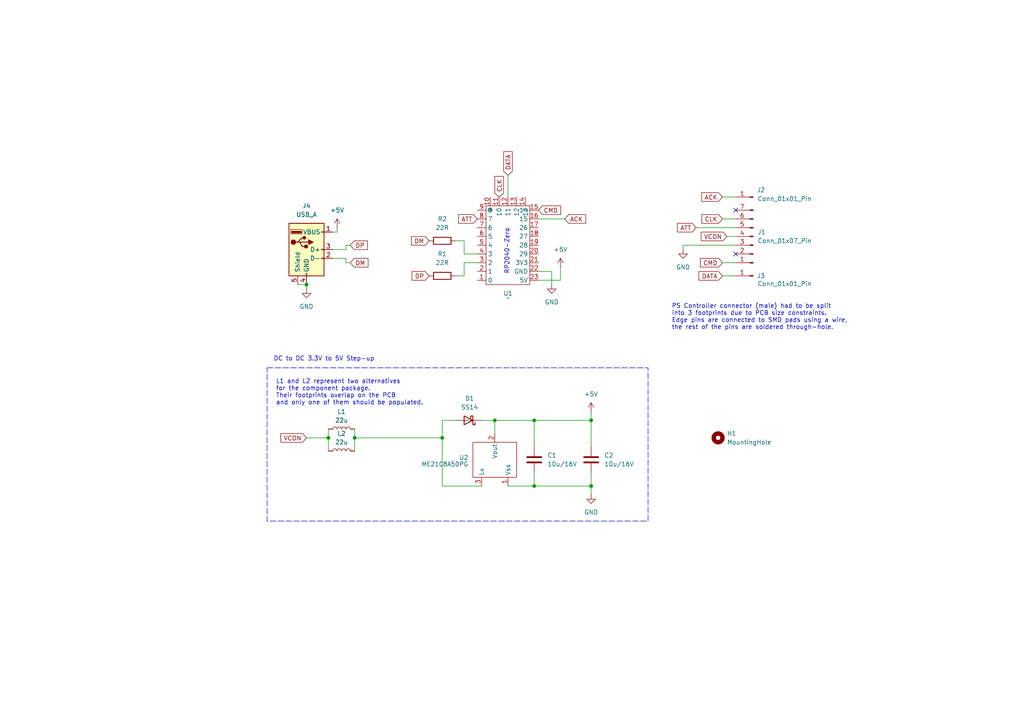
<source format=kicad_sch>
(kicad_sch (version 20231120) (generator "eeschema") (generator_version "8.0")
  (paper "A4")
  (title_block (title "usb-to-ps1-mouse-pro schematic") (date "2024-06-20") (company "Franticware"))
  (lib_symbols
    (symbol "Connector:Conn_01x01_Pin" (pin_names (offset 1.016) hide)
      (property "Reference" "J" (at 0 2.54 0))
      (property "Value" "Conn_01x01_Pin" (at 0 -2.54 0))
      (symbol "Conn_01x01_Pin_1_1"
        (polyline (pts (xy 1.27 0) (xy 0.8636 0)) (stroke (width 0.1524)))
        (rectangle (start 0.8636 0.127) (end 0 -0.127) (stroke (width 0.1524)) (fill (type outline)))
        (pin passive line (at 5.08 0 180) (length 3.81) (name "Pin_1") (number "1"))
      )
    )
    (symbol "Connector:Conn_01x07_Pin" (pin_names (offset 1.016) hide)
      (property "Reference" "J" (at 0 10.16 0))
      (property "Value" "Conn_01x07_Pin" (at 0 -10.16 0))
      (symbol "Conn_01x07_Pin_1_1"
        (polyline (pts (xy 1.27 -7.62) (xy 0.8636 -7.62)) (stroke (width 0.1524)))
        (polyline (pts (xy 1.27 -5.08) (xy 0.8636 -5.08)) (stroke (width 0.1524)))
        (polyline (pts (xy 1.27 -2.54) (xy 0.8636 -2.54)) (stroke (width 0.1524)))
        (polyline (pts (xy 1.27 0) (xy 0.8636 0)) (stroke (width 0.1524)))
        (polyline (pts (xy 1.27 2.54) (xy 0.8636 2.54)) (stroke (width 0.1524)))
        (polyline (pts (xy 1.27 5.08) (xy 0.8636 5.08)) (stroke (width 0.1524)))
        (polyline (pts (xy 1.27 7.62) (xy 0.8636 7.62)) (stroke (width 0.1524)))
        (rectangle (start 0.8636 -7.493) (end 0 -7.747) (stroke (width 0.1524)) (fill (type outline)))
        (rectangle (start 0.8636 -4.953) (end 0 -5.207) (stroke (width 0.1524)) (fill (type outline)))
        (rectangle (start 0.8636 -2.413) (end 0 -2.667) (stroke (width 0.1524)) (fill (type outline)))
        (rectangle (start 0.8636 0.127) (end 0 -0.127) (stroke (width 0.1524)) (fill (type outline)))
        (rectangle (start 0.8636 2.667) (end 0 2.413) (stroke (width 0.1524)) (fill (type outline)))
        (rectangle (start 0.8636 5.207) (end 0 4.953) (stroke (width 0.1524)) (fill (type outline)))
        (rectangle (start 0.8636 7.747) (end 0 7.493) (stroke (width 0.1524)) (fill (type outline)))
        (pin passive line (at 5.08 7.62 180) (length 3.81) (name "Pin_1") (number "1"))
        (pin passive line (at 5.08 5.08 180) (length 3.81) (name "Pin_2") (number "2"))
        (pin passive line (at 5.08 2.54 180) (length 3.81) (name "Pin_3") (number "3"))
        (pin passive line (at 5.08 0 180) (length 3.81) (name "Pin_4") (number "4"))
        (pin passive line (at 5.08 -2.54 180) (length 3.81) (name "Pin_5") (number "5"))
        (pin passive line (at 5.08 -5.08 180) (length 3.81) (name "Pin_6") (number "6"))
        (pin passive line (at 5.08 -7.62 180) (length 3.81) (name "Pin_7") (number "7"))
      )
    )
    (symbol "Connector:USB_A" (pin_names (offset 1.016))
      (property "Reference" "J" (at -5.08 11.43 0))
      (property "Value" "USB_A" (at -5.08 8.89 0))
      (symbol "USB_A_0_1"
        (rectangle (start -5.08 -7.62) (end 5.08 7.62) (stroke (width 0.254)) (fill (type background)))
        (circle (center -3.81 2.159) (radius 0.635) (stroke (width 0.254)) (fill (type outline)))
        (rectangle (start -1.524 4.826) (end -4.318 5.334) (fill (type outline)))
        (rectangle (start -1.27 4.572) (end -4.572 5.842))
        (circle (center -0.635 3.429) (radius 0.381) (stroke (width 0.254)) (fill (type outline)))
        (rectangle (start -0.127 -7.62) (end 0.127 -6.858))
        (polyline (pts (xy -3.175 2.159) (xy -2.54 2.159) (xy -1.27 3.429) (xy -0.635 3.429)) (stroke (width 0.254)))
        (polyline (pts (xy -2.54 2.159) (xy -1.905 2.159) (xy -1.27 0.889) (xy 0 0.889)) (stroke (width 0.254)))
        (polyline (pts (xy 0.635 2.794) (xy 0.635 1.524) (xy 1.905 2.159) (xy 0.635 2.794)) (stroke (width 0.254)) (fill (type outline)))
        (rectangle (start 0.254 1.27) (end -0.508 0.508) (stroke (width 0.254)) (fill (type outline)))
        (rectangle (start 5.08 -2.667) (end 4.318 -2.413))
        (rectangle (start 5.08 -0.127) (end 4.318 0.127))
        (rectangle (start 5.08 4.953) (end 4.318 5.207))
      )
      (symbol "USB_A_1_1"
        (polyline (pts (xy -1.905 2.159) (xy 0.635 2.159)) (stroke (width 0.254)))
        (pin power_in line (at 7.62 5.08 180) (length 2.54) (name "VBUS") (number "1"))
        (pin bidirectional line (at 7.62 -2.54 180) (length 2.54) (name "D-") (number "2"))
        (pin bidirectional line (at 7.62 0 180) (length 2.54) (name "D+") (number "3"))
        (pin power_in line (at 0 -10.16 90) (length 2.54) (name "GND") (number "4"))
        (pin passive line (at -2.54 -10.16 90) (length 2.54) (name "Shield") (number "5"))
      )
    )
    (symbol "Device:C" (pin_numbers hide) (pin_names (offset 0.254))
      (property "Reference" "C" (at 0.635 2.54 0))
      (property "Value" "C" (at 0.635 -2.54 0))
      (symbol "C_0_1"
        (polyline (pts (xy -2.032 -0.762) (xy 2.032 -0.762)) (stroke (width 0.508)))
        (polyline (pts (xy -2.032 0.762) (xy 2.032 0.762)) (stroke (width 0.508)))
      )
      (symbol "C_1_1"
        (pin passive line (at 0 3.81 270) (length 2.794) (name "~") (number "1"))
        (pin passive line (at 0 -3.81 90) (length 2.794) (name "~") (number "2"))
      )
    )
    (symbol "Device:L" (pin_numbers hide) (pin_names (offset 1.016) hide)
      (property "Reference" "L" (at -1.27 0 90))
      (property "Value" "L" (at 1.905 0 90))
      (symbol "L_0_1"
        (arc (start 0 -2.54) (mid 0.6323 -1.905) (end 0 -1.27))
        (arc (start 0 -1.27) (mid 0.6323 -0.635) (end 0 0))
        (arc (start 0 0) (mid 0.6323 0.635) (end 0 1.27))
        (arc (start 0 1.27) (mid 0.6323 1.905) (end 0 2.54))
      )
      (symbol "L_1_1"
        (pin passive line (at 0 3.81 270) (length 1.27) (name "1") (number "1"))
        (pin passive line (at 0 -3.81 90) (length 1.27) (name "2") (number "2"))
      )
    )
    (symbol "Device:R" (pin_numbers hide) (pin_names (offset 0))
      (property "Reference" "R" (at 2.032 0 90))
      (property "Value" "R" (at 0 0 90))
      (symbol "R_0_1"
        (rectangle (start -1.016 -2.54) (end 1.016 2.54) (stroke (width 0.254)))
      )
      (symbol "R_1_1"
        (pin passive line (at 0 3.81 270) (length 1.27) (name "~") (number "1"))
        (pin passive line (at 0 -3.81 90) (length 1.27) (name "~") (number "2"))
      )
    )
    (symbol "Diode:SS14" (pin_numbers hide) (pin_names (offset 1.016) hide)
      (property "Reference" "D" (at 0 2.54 0))
      (property "Value" "SS14" (at 0 -2.54 0))
      (symbol "SS14_0_1"
        (polyline (pts (xy 1.27 0) (xy -1.27 0)))
        (polyline (pts (xy 1.27 1.27) (xy 1.27 -1.27) (xy -1.27 0) (xy 1.27 1.27)) (stroke (width 0.254)))
        (polyline (pts (xy -1.905 0.635) (xy -1.905 1.27) (xy -1.27 1.27) (xy -1.27 -1.27) (xy -0.635 -1.27) (xy -0.635 -0.635)) (stroke (width 0.254)))
      )
      (symbol "SS14_1_1"
        (pin passive line (at -3.81 0 0) (length 2.54) (name "K") (number "1"))
        (pin passive line (at 3.81 0 180) (length 2.54) (name "A") (number "2"))
      )
    )
    (symbol "Mechanical:MountingHole" (pin_names (offset 1.016)) (exclude_from_sim yes) (in_bom no)
      (property "Reference" "H" (at 0 5.08 0))
      (property "Value" "MountingHole" (at 0 3.175 0))
      (symbol "MountingHole_0_1"
        (circle (center 0 0) (radius 1.27) (stroke (width 1.27)))
      )
    )
    (symbol "RP2040_board:RP2040_Zero"
      (property "Reference" "U" (at 0 -3.81 0))
      (symbol "RP2040_Zero_0_1"
        (rectangle (start -6.35 5.08) (end 6.35 -17.78))
      )
      (symbol "RP2040_Zero_1_1"
        (pin bidirectional line (at -8.89 -16.51 0) (length 2.54) (name "0") (number "1"))
        (pin bidirectional line (at -5.08 7.62 270) (length 2.54) (name "9") (number "10"))
        (pin bidirectional line (at -2.54 7.62 270) (length 2.54) (name "10") (number "11"))
        (pin bidirectional line (at 0 7.62 270) (length 2.54) (name "11") (number "12"))
        (pin bidirectional line (at 2.54 7.62 270) (length 2.54) (name "12") (number "13"))
        (pin bidirectional line (at 5.08 7.62 270) (length 2.54) (name "13") (number "14"))
        (pin bidirectional line (at 8.89 3.81 180) (length 2.54) (name "14") (number "15"))
        (pin bidirectional line (at 8.89 1.27 180) (length 2.54) (name "15") (number "16"))
        (pin bidirectional line (at 8.89 -1.27 180) (length 2.54) (name "26") (number "17"))
        (pin bidirectional line (at 8.89 -3.81 180) (length 2.54) (name "27") (number "18"))
        (pin bidirectional line (at 8.89 -6.35 180) (length 2.54) (name "28") (number "19"))
        (pin bidirectional line (at -8.89 -13.97 0) (length 2.54) (name "1") (number "2"))
        (pin bidirectional line (at 8.89 -8.89 180) (length 2.54) (name "29") (number "20"))
        (pin bidirectional line (at 8.89 -11.43 180) (length 2.54) (name "3V3") (number "21"))
        (pin bidirectional line (at 8.89 -13.97 180) (length 2.54) (name "GND") (number "22"))
        (pin bidirectional line (at 8.89 -16.51 180) (length 2.54) (name "5V") (number "23"))
        (pin bidirectional line (at -8.89 -11.43 0) (length 2.54) (name "2") (number "3"))
        (pin bidirectional line (at -8.89 -8.89 0) (length 2.54) (name "3") (number "4"))
        (pin bidirectional line (at -8.89 -6.35 0) (length 2.54) (name "4") (number "5"))
        (pin bidirectional line (at -8.89 -3.81 0) (length 2.54) (name "5") (number "6"))
        (pin bidirectional line (at -8.89 -1.27 0) (length 2.54) (name "6") (number "7"))
        (pin bidirectional line (at -8.89 1.27 0) (length 2.54) (name "7") (number "8"))
        (pin bidirectional line (at -8.89 3.81 0) (length 2.54) (name "8") (number "9"))
      )
    )
    (symbol "power:+5V" (power) (pin_numbers hide) (pin_names (offset 0) hide)
      (property "Value" "+5V" (at 0 3.556 0))
      (symbol "+5V_0_1"
        (polyline (pts (xy -0.762 1.27) (xy 0 2.54)))
        (polyline (pts (xy 0 0) (xy 0 2.54)))
        (polyline (pts (xy 0 2.54) (xy 0.762 1.27)))
      )
      (symbol "+5V_1_1"
        (pin power_in line (at 0 0 90) (length 0) (name "~") (number "1"))
      )
    )
    (symbol "power:GND" (power) (pin_numbers hide) (pin_names (offset 0) hide)
      (property "Value" "GND" (at 0 -3.81 0))
      (symbol "GND_0_1"
        (polyline (pts (xy 0 0) (xy 0 -1.27) (xy 1.27 -1.27) (xy 0 -2.54) (xy -1.27 -1.27) (xy 0 -1.27)))
      )
      (symbol "GND_1_1"
        (pin power_in line (at 0 0 270) (length 0) (name "~") (number "1"))
      )
    )
    (symbol "usb2ps1mouse_specific:ME2108A50PG_SOT89-3"
      (property "Reference" "U" (at 0 0 0))
      (symbol "ME2108A50PG_SOT89-3_0_1"
        (rectangle (start -6.35 6.35) (end 6.35 -3.81))
      )
      (symbol "ME2108A50PG_SOT89-3_1_1"
        (pin unspecified line (at -3.81 -6.35 90) (length 2.54) (name "Vss") (number "1"))
        (pin unspecified line (at 0 8.89 270) (length 2.54) (name "Vout") (number "2"))
        (pin unspecified line (at 3.81 -6.35 90) (length 2.54) (name "Lx") (number "3"))
      )
    )
  )
  (junction (at 154.94 140.97))
  (junction (at 154.94 121.92))
  (junction (at 95.25 127))
  (junction (at 143.51 121.92))
  (junction (at 171.45 140.97))
  (junction (at 102.87 127))
  (junction (at 128.27 127))
  (junction (at 171.45 121.92))
  (junction (at 88.9 82.55))
  (no_connect (at 213.36 60.96))
  (no_connect (at 213.36 73.66))
  (wire (pts (xy 198.12 71.12) (xy 198.12 72.39)))
  (wire (pts (xy 139.7 121.92) (xy 143.51 121.92)))
  (wire (pts (xy 88.9 127) (xy 95.25 127)))
  (wire (pts (xy 154.94 140.97) (xy 171.45 140.97)))
  (wire (pts (xy 100.33 72.39) (xy 100.33 71.12)))
  (wire (pts (xy 134.62 69.85) (xy 132.08 69.85)))
  (wire (pts (xy 171.45 121.92) (xy 171.45 129.54)))
  (wire (pts (xy 209.55 80.01) (xy 213.36 80.01)))
  (wire (pts (xy 201.93 66.04) (xy 213.36 66.04)))
  (wire (pts (xy 96.52 74.93) (xy 100.33 74.93)))
  (wire (pts (xy 154.94 121.92) (xy 171.45 121.92)))
  (wire (pts (xy 88.9 82.55) (xy 88.9 83.82)))
  (wire (pts (xy 96.52 67.31) (xy 97.79 67.31)))
  (wire (pts (xy 171.45 140.97) (xy 171.45 137.16)))
  (wire (pts (xy 209.55 76.2) (xy 213.36 76.2)))
  (wire (pts (xy 209.55 57.15) (xy 213.36 57.15)))
  (wire (pts (xy 147.32 50.8) (xy 147.32 57.15)))
  (wire (pts (xy 128.27 127) (xy 128.27 121.92)))
  (wire (pts (xy 100.33 71.12) (xy 101.6 71.12)))
  (wire (pts (xy 154.94 137.16) (xy 154.94 140.97)))
  (wire (pts (xy 209.55 63.5) (xy 213.36 63.5)))
  (wire (pts (xy 128.27 140.97) (xy 128.27 127)))
  (wire (pts (xy 154.94 121.92) (xy 154.94 129.54)))
  (wire (pts (xy 86.36 82.55) (xy 88.9 82.55)))
  (wire (pts (xy 95.25 124.46) (xy 95.25 127)))
  (wire (pts (xy 134.62 80.01) (xy 132.08 80.01)))
  (wire (pts (xy 96.52 72.39) (xy 100.33 72.39)))
  (wire (pts (xy 100.33 74.93) (xy 100.33 76.2)))
  (wire (pts (xy 160.02 78.74) (xy 160.02 82.55)))
  (wire (pts (xy 134.62 76.2) (xy 134.62 80.01)))
  (wire (pts (xy 171.45 119.38) (xy 171.45 121.92)))
  (wire (pts (xy 156.21 81.28) (xy 162.56 81.28)))
  (wire (pts (xy 128.27 121.92) (xy 132.08 121.92)))
  (wire (pts (xy 210.82 68.58) (xy 213.36 68.58)))
  (wire (pts (xy 156.21 78.74) (xy 160.02 78.74)))
  (wire (pts (xy 139.7 140.97) (xy 128.27 140.97)))
  (wire (pts (xy 156.21 63.5) (xy 163.83 63.5)))
  (wire (pts (xy 138.43 73.66) (xy 134.62 73.66)))
  (wire (pts (xy 100.33 76.2) (xy 101.6 76.2)))
  (wire (pts (xy 95.25 127) (xy 95.25 130.81)))
  (wire (pts (xy 138.43 76.2) (xy 134.62 76.2)))
  (wire (pts (xy 143.51 121.92) (xy 143.51 125.73)))
  (wire (pts (xy 162.56 81.28) (xy 162.56 77.47)))
  (wire (pts (xy 97.79 67.31) (xy 97.79 66.04)))
  (wire (pts (xy 213.36 71.12) (xy 198.12 71.12)))
  (wire (pts (xy 102.87 130.81) (xy 102.87 127)))
  (wire (pts (xy 171.45 140.97) (xy 171.45 143.51)))
  (wire (pts (xy 102.87 127) (xy 102.87 124.46)))
  (wire (pts (xy 143.51 121.92) (xy 154.94 121.92)))
  (wire (pts (xy 102.87 127) (xy 128.27 127)))
  (wire (pts (xy 147.32 140.97) (xy 154.94 140.97)))
  (wire (pts (xy 134.62 73.66) (xy 134.62 69.85)))
  (rectangle (start 77.47 106.68) (end 187.96 151.13) (stroke (width 0) (type dash)))
  (text "PS Controller connector (male) had to be split\ninto 3 footprints due to PCB size constraints.\nEdge pins are connected to SMD pads using a wire,\nthe rest of the pins are soldered through-hole." (at 194.818 91.948 0) (effects (font (size 1.27 1.27)) (justify left)))
  (text "DC to DC 3.3V to 5V Step-up" (at 93.98 104.14 0) (effects (font (size 1.27 1.27))))
  (text "RP2040-Zero" (at 147.066 72.898 90) (effects (font (size 1.27 1.27))))
  (text "L1 and L2 represent two alternatives\nfor the component package.\nTheir footprints overlap on the PCB\nand only one of them should be populated." (at 80.01 113.792 0) (effects (font (size 1.27 1.27)) (justify left)))
  (global_label "DP" (shape input) (at 124.46 80.01 180) (property "Intersheetrefs" "${INTERSHEET_REFS}" (effects (hide yes))))
  (global_label "DM" (shape input) (at 124.46 69.85 180) (property "Intersheetrefs" "${INTERSHEET_REFS}" (effects (hide yes))))
  (global_label "ATT" (shape input) (at 138.43 63.5 180) (property "Intersheetrefs" "${INTERSHEET_REFS}" (effects (hide yes))))
  (global_label "VCON" (shape input) (at 88.9 127 180) (property "Intersheetrefs" "${INTERSHEET_REFS}" (effects (hide yes))))
  (global_label "DATA" (shape input) (at 147.32 50.8 90) (property "Intersheetrefs" "${INTERSHEET_REFS}" (effects (hide yes))))
  (global_label "ACK" (shape input) (at 163.83 63.5 0) (property "Intersheetrefs" "${INTERSHEET_REFS}" (effects (hide yes))))
  (global_label "CLK" (shape input) (at 144.78 57.15 90) (property "Intersheetrefs" "${INTERSHEET_REFS}" (effects (hide yes))))
  (global_label "VCON" (shape input) (at 210.82 68.58 180) (property "Intersheetrefs" "${INTERSHEET_REFS}" (effects (hide yes))))
  (global_label "DM" (shape input) (at 101.6 76.2 0) (property "Intersheetrefs" "${INTERSHEET_REFS}" (effects (hide yes))))
  (global_label "CMD" (shape input) (at 209.55 76.2 180) (property "Intersheetrefs" "${INTERSHEET_REFS}" (effects (hide yes))))
  (global_label "DATA" (shape input) (at 209.55 80.01 180) (property "Intersheetrefs" "${INTERSHEET_REFS}" (effects (hide yes))))
  (global_label "CMD" (shape input) (at 156.21 60.96 0) (property "Intersheetrefs" "${INTERSHEET_REFS}" (effects (hide yes))))
  (global_label "CLK" (shape input) (at 209.55 63.5 180) (property "Intersheetrefs" "${INTERSHEET_REFS}" (effects (hide yes))))
  (global_label "ATT" (shape input) (at 201.93 66.04 180) (property "Intersheetrefs" "${INTERSHEET_REFS}" (effects (hide yes))))
  (global_label "ACK" (shape input) (at 209.55 57.15 180) (property "Intersheetrefs" "${INTERSHEET_REFS}" (effects (hide yes))))
  (global_label "DP" (shape input) (at 101.6 71.12 0) (property "Intersheetrefs" "${INTERSHEET_REFS}" (effects (hide yes))))
  (symbol (lib_id "Connector:USB_A") (at 88.9 72.39 0) (unit 1)
    (property "Reference" "J4" (at 88.9 59.69 0))
    (property "Value" "USB_A" (at 88.9 62.23 0))
    (property "Footprint" "usb2ps1mouse-specific:USB_A_Sunken" (effects (hide yes)))
    (property "Datasheet" " ~" (effects (hide yes)))
    (property "Description" "USB Type A connector" (effects (hide yes)))
  )
  (symbol (lib_id "Device:L") (at 99.06 124.46 90) (unit 1)
    (property "Reference" "L1" (at 99.06 119.38 90))
    (property "Value" "22u" (at 99.06 121.92 90))
    (property "Footprint" "Inductor_SMD:L_10.4x10.4_H4.8" (effects (hide yes)))
    (property "Description" "Inductor" (effects (hide yes)))
  )
  (symbol (lib_id "Mechanical:MountingHole") (at 208.28 127 0) (unit 1) (exclude_from_sim yes) (in_bom no)
    (property "Reference" "H1" (at 210.82 125.7299 0) (effects (justify left)))
    (property "Value" "MountingHole" (at 210.82 128.2699 0) (effects (justify left)))
    (property "Footprint" "MountingHole:MountingHole_3.7mm" (effects (hide yes)))
    (property "Description" "Mounting Hole without connection" (effects (hide yes)))
  )
  (symbol (lib_id "power:+5V") (at 162.56 77.47 0) (unit 1)
    (property "Reference" "#PWR04" (effects (hide yes)))
    (property "Value" "+5V" (at 162.56 72.39 0))
    (property "Description" "Power symbol creates a global label with name \"+5V\"" (effects (hide yes)))
  )
  (symbol (lib_id "Device:C") (at 154.94 133.35 0) (unit 1)
    (property "Reference" "C1" (at 158.75 132.0799 0) (effects (justify left)))
    (property "Value" "10u/16V" (at 158.75 134.6199 0) (effects (justify left)))
    (property "Footprint" "Capacitor_SMD:C_1206_3216Metric" (effects (hide yes)))
    (property "Description" "Unpolarized capacitor" (effects (hide yes)))
  )
  (symbol (lib_id "Diode:SS14") (at 135.89 121.92 180) (unit 1)
    (property "Reference" "D1" (at 136.2075 115.57 0))
    (property "Value" "SS14" (at 136.2075 118.11 0))
    (property "Footprint" "Diode_SMD:D_SMA" (effects (hide yes)))
    (property "Datasheet" "https://www.vishay.com/docs/88746/ss12.pdf" (effects (hide yes)))
    (property "Description" "40V 1A Schottky Diode, SMA" (effects (hide yes)))
  )
  (symbol (lib_id "power:GND") (at 198.12 72.39 0) (unit 1)
    (property "Reference" "#PWR05" (effects (hide yes)))
    (property "Value" "GND" (at 198.12 77.47 0))
    (property "Description" "Power symbol creates a global label with name \"GND\" , ground" (effects (hide yes)))
  )
  (symbol (lib_id "Connector:Conn_01x01_Pin") (at 218.44 80.01 180) (unit 1)
    (property "Reference" "J3" (at 220.726 80.01 0))
    (property "Value" "Conn_01x01_Pin" (at 227.584 82.296 0))
    (property "Footprint" "usb2ps1mouse-specific:DSCON_pad" (effects (hide yes)))
    (property "Description" "Generic connector, single row, 01x01, script generated" (effects (hide yes)))
  )
  (symbol (lib_id "Connector:Conn_01x01_Pin") (at 218.44 57.15 180) (unit 1)
    (property "Reference" "J2" (at 220.726 55.118 0))
    (property "Value" "Conn_01x01_Pin" (at 227.584 57.658 0))
    (property "Footprint" "usb2ps1mouse-specific:DSCON_pad" (effects (hide yes)))
    (property "Description" "Generic connector, single row, 01x01, script generated" (effects (hide yes)))
  )
  (symbol (lib_id "Connector:Conn_01x07_Pin") (at 218.44 68.58 180) (unit 1)
    (property "Reference" "J1" (at 219.71 67.3099 0) (effects (justify right)))
    (property "Value" "Conn_01x07_Pin" (at 219.71 69.8499 0) (effects (justify right)))
    (property "Footprint" "PS1:Controller_THT90" (effects (hide yes)))
    (property "Description" "Generic connector, single row, 01x07, script generated" (effects (hide yes)))
  )
  (symbol (lib_id "power:GND") (at 171.45 143.51 0) (unit 1)
    (property "Reference" "#PWR01" (effects (hide yes)))
    (property "Value" "GND" (at 171.45 148.59 0))
    (property "Description" "Power symbol creates a global label with name \"GND\" , ground" (effects (hide yes)))
  )
  (symbol (lib_id "power:+5V") (at 171.45 119.38 0) (unit 1)
    (property "Reference" "#PWR02" (effects (hide yes)))
    (property "Value" "+5V" (at 171.45 114.3 0))
    (property "Description" "Power symbol creates a global label with name \"+5V\"" (effects (hide yes)))
  )
  (symbol (lib_id "Device:C") (at 171.45 133.35 0) (unit 1)
    (property "Reference" "C2" (at 175.26 132.0799 0) (effects (justify left)))
    (property "Value" "10u/16V" (at 175.26 134.6199 0) (effects (justify left)))
    (property "Footprint" "Capacitor_SMD:C_1206_3216Metric" (effects (hide yes)))
    (property "Description" "Unpolarized capacitor" (effects (hide yes)))
  )
  (symbol (lib_id "power:GND") (at 160.02 82.55 0) (unit 1)
    (property "Reference" "#PWR03" (effects (hide yes)))
    (property "Value" "GND" (at 160.02 87.63 0))
    (property "Description" "Power symbol creates a global label with name \"GND\" , ground" (effects (hide yes)))
  )
  (symbol (lib_id "Device:L") (at 99.06 130.81 90) (unit 1)
    (property "Reference" "L2" (at 99.06 125.73 90))
    (property "Value" "22u" (at 99.06 128.27 90))
    (property "Footprint" "Inductor_SMD:L_Sumida_CR75" (effects (hide yes)))
    (property "Description" "Inductor" (effects (hide yes)))
  )
  (symbol (lib_id "Device:R") (at 128.27 80.01 90) (unit 1)
    (property "Reference" "R1" (at 128.27 73.66 90))
    (property "Value" "22R" (at 128.27 76.2 90))
    (property "Footprint" "Resistor_SMD:R_0603_1608Metric" (effects (hide yes)))
    (property "Description" "Resistor" (effects (hide yes)))
  )
  (symbol (lib_id "power:GND") (at 88.9 83.82 0) (unit 1)
    (property "Reference" "#PWR07" (effects (hide yes)))
    (property "Value" "GND" (at 88.9 88.9 0))
    (property "Description" "Power symbol creates a global label with name \"GND\" , ground" (effects (hide yes)))
  )
  (symbol (lib_id "usb2ps1mouse_specific:ME2108A50PG_SOT89-3") (at 143.51 134.62 0) (mirror y) (unit 1)
    (property "Reference" "U2" (at 135.89 132.7149 0) (effects (justify left)))
    (property "Value" "ME2108A50PG" (at 135.89 134.62 0) (effects (justify left)))
    (property "Footprint" "Package_TO_SOT_SMD:SOT-89-3" (effects (hide yes)))
  )
  (symbol (lib_id "Device:R") (at 128.27 69.85 90) (unit 1)
    (property "Reference" "R2" (at 128.27 63.5 90))
    (property "Value" "22R" (at 128.27 66.04 90))
    (property "Footprint" "Resistor_SMD:R_0603_1608Metric" (effects (hide yes)))
    (property "Description" "Resistor" (effects (hide yes)))
  )
  (symbol (lib_id "power:+5V") (at 97.79 66.04 0) (unit 1)
    (property "Reference" "#PWR06" (effects (hide yes)))
    (property "Value" "+5V" (at 97.79 60.96 0))
    (property "Description" "Power symbol creates a global label with name \"+5V\"" (effects (hide yes)))
  )
  (symbol (lib_id "RP2040_board:RP2040_Zero") (at 147.32 64.77 0) (unit 1)
    (property "Reference" "U1" (at 147.32 85.09 0))
    (property "Value" "~" (at 147.32 86.36 0))
    (property "Footprint" "RP2040_Board:RP2040-Zero" (effects (hide yes)))
  )
)
</source>
